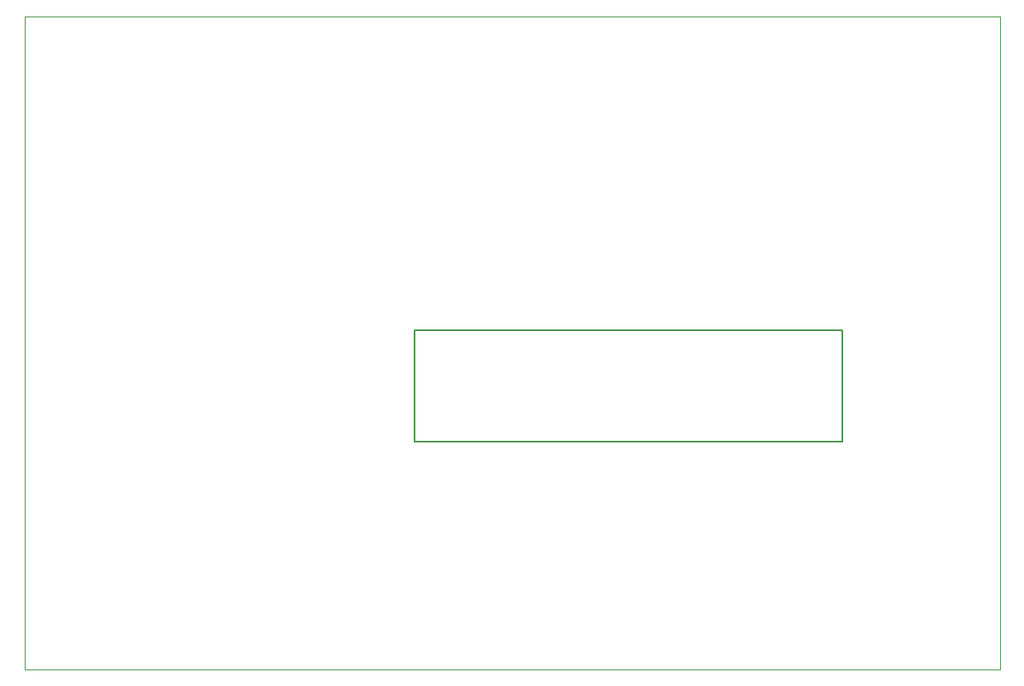
<source format=gbr>
G04 EAGLE Gerber RS-274X export*
G75*
%MOMM*%
%FSLAX34Y34*%
%LPD*%
%INProfile*%
%IPPOS*%
%AMOC8*
5,1,8,0,0,1.08239X$1,22.5*%
G01*
%ADD10C,0.000000*%
%ADD11C,0.152400*%


D10*
X0Y0D02*
X1000000Y0D01*
X1000000Y670000D01*
X0Y670000D01*
X0Y0D01*
D11*
X400202Y348082D02*
X838352Y348082D01*
X838352Y233782D01*
X400202Y233782D01*
X400202Y348082D01*
M02*

</source>
